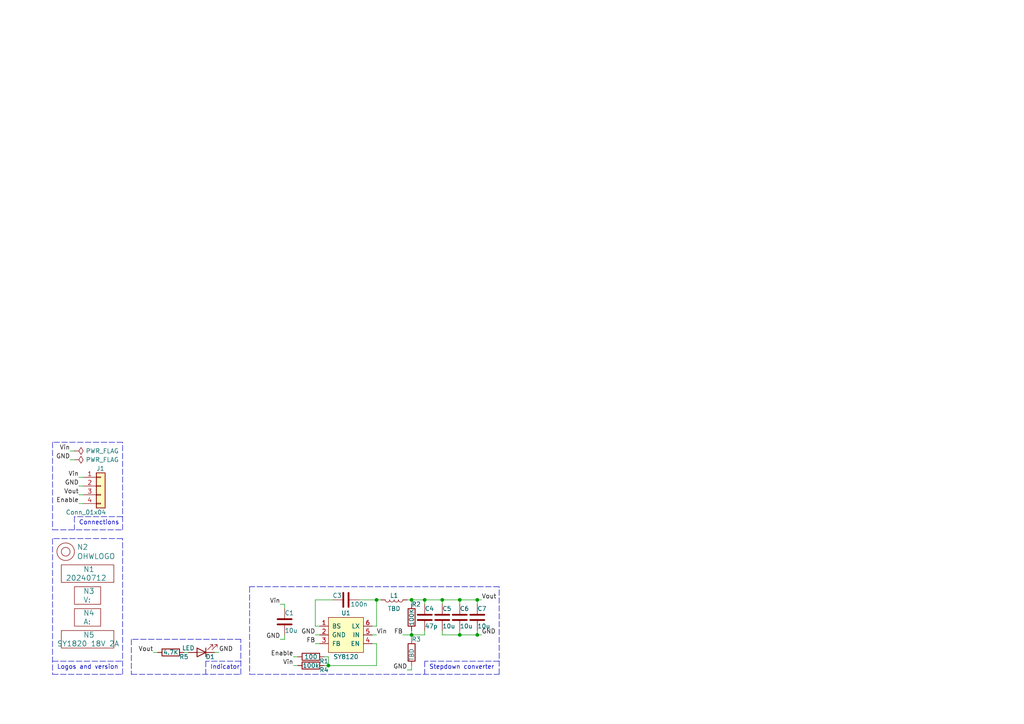
<source format=kicad_sch>
(kicad_sch (version 20231120) (generator "eeschema") (generator_version "8.0")
  (paper "A4")
  (lib_symbols
    (symbol "Connector_Generic:Conn_01x04" (pin_names (offset 1.016) hide)
      (property "Reference" "J" (at 0 5.08 0))
      (property "Value" "Conn_01x04" (at 0 -7.62 0))
      (symbol "Conn_01x04_1_1"
        (rectangle (start -1.27 -4.953) (end 0 -5.207) (stroke (width 0.1524)))
        (rectangle (start -1.27 -2.413) (end 0 -2.667) (stroke (width 0.1524)))
        (rectangle (start -1.27 0.127) (end 0 -0.127) (stroke (width 0.1524)))
        (rectangle (start -1.27 2.667) (end 0 2.413) (stroke (width 0.1524)))
        (rectangle (start -1.27 3.81) (end 1.27 -6.35) (stroke (width 0.254)) (fill (type background)))
        (pin passive line (at -5.08 2.54 0) (length 3.81) (name "Pin_1") (number "1"))
        (pin passive line (at -5.08 0 0) (length 3.81) (name "Pin_2") (number "2"))
        (pin passive line (at -5.08 -2.54 0) (length 3.81) (name "Pin_3") (number "3"))
        (pin passive line (at -5.08 -5.08 0) (length 3.81) (name "Pin_4") (number "4"))
      )
    )
    (symbol "Device:C" (pin_numbers hide) (pin_names (offset 0.254))
      (property "Reference" "C" (at 0.635 2.54 0))
      (property "Value" "C" (at 0.635 -2.54 0))
      (symbol "C_0_1"
        (polyline (pts (xy -2.032 -0.762) (xy 2.032 -0.762)) (stroke (width 0.508)))
        (polyline (pts (xy -2.032 0.762) (xy 2.032 0.762)) (stroke (width 0.508)))
      )
      (symbol "C_1_1"
        (pin passive line (at 0 3.81 270) (length 2.794) (name "~") (number "1"))
        (pin passive line (at 0 -3.81 90) (length 2.794) (name "~") (number "2"))
      )
    )
    (symbol "Device:L" (pin_numbers hide) (pin_names (offset 1.016) hide)
      (property "Reference" "L" (at -1.27 0 90))
      (property "Value" "L" (at 1.905 0 90))
      (symbol "L_0_1"
        (arc (start 0 -2.54) (mid 0.6323 -1.905) (end 0 -1.27))
        (arc (start 0 -1.27) (mid 0.6323 -0.635) (end 0 0))
        (arc (start 0 0) (mid 0.6323 0.635) (end 0 1.27))
        (arc (start 0 1.27) (mid 0.6323 1.905) (end 0 2.54))
      )
      (symbol "L_1_1"
        (pin passive line (at 0 3.81 270) (length 1.27) (name "1") (number "1"))
        (pin passive line (at 0 -3.81 90) (length 1.27) (name "2") (number "2"))
      )
    )
    (symbol "Device:LED" (pin_numbers hide) (pin_names (offset 1.016) hide)
      (property "Reference" "D" (at 0 2.54 0))
      (property "Value" "LED" (at 0 -2.54 0))
      (symbol "LED_0_1"
        (polyline (pts (xy -1.27 -1.27) (xy -1.27 1.27)) (stroke (width 0.254)))
        (polyline (pts (xy -1.27 0) (xy 1.27 0)))
        (polyline (pts (xy 1.27 -1.27) (xy 1.27 1.27) (xy -1.27 0) (xy 1.27 -1.27)) (stroke (width 0.254)))
        (polyline (pts (xy -3.048 -0.762) (xy -4.572 -2.286) (xy -3.81 -2.286) (xy -4.572 -2.286) (xy -4.572 -1.524)))
        (polyline (pts (xy -1.778 -0.762) (xy -3.302 -2.286) (xy -2.54 -2.286) (xy -3.302 -2.286) (xy -3.302 -1.524)))
      )
      (symbol "LED_1_1"
        (pin passive line (at -3.81 0 0) (length 2.54) (name "K") (number "1"))
        (pin passive line (at 3.81 0 180) (length 2.54) (name "A") (number "2"))
      )
    )
    (symbol "Device:R" (pin_numbers hide) (pin_names (offset 0))
      (property "Reference" "R" (at 2.032 0 90))
      (property "Value" "R" (at 0 0 90))
      (symbol "R_0_1"
        (rectangle (start -1.016 -2.54) (end 1.016 2.54) (stroke (width 0.254)))
      )
      (symbol "R_1_1"
        (pin passive line (at 0 3.81 270) (length 1.27) (name "~") (number "1"))
        (pin passive line (at 0 -3.81 90) (length 1.27) (name "~") (number "2"))
      )
    )
    (symbol "Label_1" (pin_names (offset 1.016))
      (property "Reference" "N" (at 0 1.27 0))
      (property "Value" "Label" (at 0 -1.27 0))
      (symbol "Label_1_0_1"
        (rectangle (start -3.81 2.54) (end 3.81 -2.54))
      )
    )
    (symbol "SquantorLabels:Label" (pin_names (offset 1.016))
      (property "Reference" "N" (at 0 1.27 0))
      (property "Value" "Label" (at 0 -1.27 0))
      (symbol "Label_0_1"
        (rectangle (start -3.81 2.54) (end 3.81 -2.54))
      )
    )
    (symbol "SquantorLabels:OHWLOGO" (pin_names (offset 1.016))
      (property "Reference" "N" (at 0 3.81 0))
      (property "Value" "OHWLOGO" (at 0 -3.81 0))
      (symbol "OHWLOGO_0_1"
        (circle (center 0 0) (radius 1.27))
        (circle (center 0 0) (radius 2.54))
      )
    )
    (symbol "SquantorLabels:VYYYYMMDD" (pin_names (offset 1.016))
      (property "Reference" "N" (at 0 2.54 0))
      (property "Value" "VYYYYMMDD" (at 0 0 0))
      (symbol "VYYYYMMDD_0_1"
        (rectangle (start 7.62 -1.27) (end -7.62 3.81))
      )
    )
    (symbol "SquantorSilergy:SY8120" (pin_names (offset 1.016))
      (property "Reference" "U" (at 0 6.35 0))
      (property "Value" "SY8120" (at 0 -6.35 0))
      (symbol "SY8120_0_1"
        (rectangle (start -5.08 5.08) (end 5.08 -5.08) (fill (type background)))
      )
      (symbol "SY8120_1_1"
        (pin input line (at -7.62 2.54 0) (length 2.54) (name "BS") (number "1"))
        (pin power_in line (at -7.62 0 0) (length 2.54) (name "GND") (number "2"))
        (pin input line (at -7.62 -2.54 0) (length 2.54) (name "FB") (number "3"))
        (pin input line (at 7.62 -2.54 180) (length 2.54) (name "EN") (number "4"))
        (pin power_in line (at 7.62 0 180) (length 2.54) (name "IN") (number "5"))
        (pin open_collector line (at 7.62 2.54 180) (length 2.54) (name "LX") (number "6"))
      )
    )
    (symbol "VYYYYMMDD_1" (pin_names (offset 1.016))
      (property "Reference" "N" (at 0 2.54 0))
      (property "Value" "VYYYYMMDD" (at 0 0 0))
      (symbol "VYYYYMMDD_1_0_1"
        (rectangle (start 7.62 -1.27) (end -7.62 3.81))
      )
    )
    (symbol "power:PWR_FLAG" (power) (pin_numbers hide) (pin_names (offset 0) hide)
      (property "Value" "PWR_FLAG" (at 0 3.81 0))
      (symbol "PWR_FLAG_0_0"
        (pin power_out line (at 0 0 90) (length 0) (name "pwr") (number "1"))
      )
      (symbol "PWR_FLAG_0_1"
        (polyline (pts (xy 0 0) (xy 0 1.27) (xy -1.016 1.905) (xy 0 2.54) (xy 1.016 1.905) (xy 0 1.27)))
      )
    )
  )
  (junction (at 123.19 173.99))
  (junction (at 109.22 173.99))
  (junction (at 95.25 193.04))
  (junction (at 133.35 173.99))
  (junction (at 138.43 184.15))
  (junction (at 119.38 173.99))
  (junction (at 119.38 184.15))
  (junction (at 133.35 184.15))
  (junction (at 138.43 173.99))
  (junction (at 128.27 173.99))
  (wire (pts (xy 133.35 173.99) (xy 138.43 173.99)))
  (wire (pts (xy 109.22 193.04) (xy 109.22 186.69)))
  (wire (pts (xy 123.19 173.99) (xy 123.19 175.26)))
  (polyline (pts (xy 35.56 128.27) (xy 15.24 128.27)) (stroke (width 0) (type dash)))
  (wire (pts (xy 123.19 182.88) (xy 123.19 184.15)))
  (wire (pts (xy 20.32 133.35) (xy 21.59 133.35)))
  (wire (pts (xy 119.38 185.42) (xy 119.38 184.15)))
  (wire (pts (xy 138.43 184.15) (xy 139.7 184.15)))
  (wire (pts (xy 22.86 138.43) (xy 24.13 138.43)))
  (wire (pts (xy 128.27 184.15) (xy 133.35 184.15)))
  (wire (pts (xy 53.34 189.23) (xy 54.61 189.23)))
  (polyline (pts (xy 35.56 149.86) (xy 21.59 149.86)) (stroke (width 0) (type dash)))
  (wire (pts (xy 119.38 184.15) (xy 119.38 182.88)))
  (wire (pts (xy 109.22 184.15) (xy 107.95 184.15)))
  (wire (pts (xy 138.43 173.99) (xy 139.7 173.99)))
  (wire (pts (xy 82.55 176.53) (xy 82.55 175.26)))
  (wire (pts (xy 92.71 184.15) (xy 91.44 184.15)))
  (polyline (pts (xy 69.85 195.58) (xy 69.85 185.42)) (stroke (width 0) (type dash)))
  (wire (pts (xy 109.22 181.61) (xy 107.95 181.61)))
  (wire (pts (xy 86.36 190.5) (xy 85.09 190.5)))
  (wire (pts (xy 119.38 175.26) (xy 119.38 173.99)))
  (wire (pts (xy 85.09 193.04) (xy 86.36 193.04)))
  (wire (pts (xy 119.38 173.99) (xy 123.19 173.99)))
  (wire (pts (xy 91.44 181.61) (xy 91.44 173.99)))
  (wire (pts (xy 92.71 186.69) (xy 91.44 186.69)))
  (wire (pts (xy 24.13 140.97) (xy 22.86 140.97)))
  (wire (pts (xy 123.19 173.99) (xy 128.27 173.99)))
  (wire (pts (xy 44.45 189.23) (xy 45.72 189.23)))
  (polyline (pts (xy 72.39 170.18) (xy 72.39 195.58)) (stroke (width 0) (type dash)))
  (polyline (pts (xy 35.56 153.67) (xy 35.56 128.27)) (stroke (width 0) (type dash)))
  (wire (pts (xy 118.11 194.31) (xy 119.38 194.31)))
  (wire (pts (xy 81.28 185.42) (xy 82.55 185.42)))
  (wire (pts (xy 92.71 181.61) (xy 91.44 181.61)))
  (wire (pts (xy 95.25 190.5) (xy 95.25 193.04)))
  (polyline (pts (xy 35.56 156.21) (xy 15.24 156.21)) (stroke (width 0) (type dash)))
  (wire (pts (xy 91.44 173.99) (xy 96.52 173.99)))
  (polyline (pts (xy 15.24 153.67) (xy 35.56 153.67)) (stroke (width 0) (type dash)))
  (wire (pts (xy 128.27 182.88) (xy 128.27 184.15)))
  (wire (pts (xy 22.86 143.51) (xy 24.13 143.51)))
  (wire (pts (xy 95.25 190.5) (xy 93.98 190.5)))
  (polyline (pts (xy 21.59 149.86) (xy 21.59 153.67)) (stroke (width 0) (type dash)))
  (polyline (pts (xy 35.56 195.58) (xy 35.56 156.21)) (stroke (width 0) (type dash)))
  (wire (pts (xy 81.28 175.26) (xy 82.55 175.26)))
  (polyline (pts (xy 69.85 191.77) (xy 59.69 191.77)) (stroke (width 0) (type dash)))
  (polyline (pts (xy 15.24 195.58) (xy 35.56 195.58)) (stroke (width 0) (type dash)))
  (polyline (pts (xy 144.78 195.58) (xy 144.78 170.18)) (stroke (width 0) (type dash)))
  (wire (pts (xy 95.25 193.04) (xy 109.22 193.04)))
  (wire (pts (xy 109.22 186.69) (xy 107.95 186.69)))
  (polyline (pts (xy 123.19 191.77) (xy 123.19 195.58)) (stroke (width 0) (type dash)))
  (polyline (pts (xy 59.69 191.77) (xy 59.69 195.58)) (stroke (width 0) (type dash)))
  (wire (pts (xy 24.13 146.05) (xy 22.86 146.05)))
  (wire (pts (xy 21.59 130.81) (xy 20.32 130.81)))
  (wire (pts (xy 119.38 184.15) (xy 116.84 184.15)))
  (polyline (pts (xy 38.1 195.58) (xy 69.85 195.58)) (stroke (width 0) (type dash)))
  (polyline (pts (xy 38.1 185.42) (xy 38.1 195.58)) (stroke (width 0) (type dash)))
  (wire (pts (xy 128.27 175.26) (xy 128.27 173.99)))
  (wire (pts (xy 118.11 173.99) (xy 119.38 173.99)))
  (wire (pts (xy 109.22 173.99) (xy 109.22 181.61)))
  (wire (pts (xy 133.35 184.15) (xy 138.43 184.15)))
  (wire (pts (xy 128.27 173.99) (xy 133.35 173.99)))
  (wire (pts (xy 138.43 182.88) (xy 138.43 184.15)))
  (wire (pts (xy 138.43 175.26) (xy 138.43 173.99)))
  (wire (pts (xy 110.49 173.99) (xy 109.22 173.99)))
  (wire (pts (xy 104.14 173.99) (xy 109.22 173.99)))
  (polyline (pts (xy 72.39 195.58) (xy 144.78 195.58)) (stroke (width 0) (type dash)))
  (wire (pts (xy 133.35 182.88) (xy 133.35 184.15)))
  (polyline (pts (xy 69.85 185.42) (xy 38.1 185.42)) (stroke (width 0) (type dash)))
  (wire (pts (xy 119.38 194.31) (xy 119.38 193.04)))
  (polyline (pts (xy 144.78 191.77) (xy 123.19 191.77)) (stroke (width 0) (type dash)))
  (polyline (pts (xy 15.24 128.27) (xy 15.24 153.67)) (stroke (width 0) (type dash)))
  (wire (pts (xy 62.23 189.23) (xy 63.5 189.23)))
  (polyline (pts (xy 15.24 191.77) (xy 35.56 191.77)) (stroke (width 0) (type dash)))
  (wire (pts (xy 133.35 175.26) (xy 133.35 173.99)))
  (wire (pts (xy 82.55 184.15) (xy 82.55 185.42)))
  (polyline (pts (xy 15.24 156.21) (xy 15.24 195.58)) (stroke (width 0) (type dash)))
  (wire (pts (xy 95.25 193.04) (xy 93.98 193.04)))
  (wire (pts (xy 123.19 184.15) (xy 119.38 184.15)))
  (polyline (pts (xy 144.78 170.18) (xy 72.39 170.18)) (stroke (width 0) (type dash)))
  (text "Connections" (at 22.86 152.4 0) (effects (font (size 1.27 1.27)) (justify left bottom)))
  (text "Stepdown converter" (at 124.46 194.31 0) (effects (font (size 1.27 1.27)) (justify left bottom)))
  (text "Logos and version" (at 16.51 194.31 0) (effects (font (size 1.27 1.27)) (justify left bottom)))
  (text "Indicator" (at 60.96 194.31 0) (effects (font (size 1.27 1.27)) (justify left bottom)))
  (label "GND" (at 118.11 194.31 180))
  (label "Vin" (at 85.09 193.04 180))
  (label "Vout" (at 139.7 173.99 0))
  (label "GND" (at 22.86 140.97 180))
  (label "Vout" (at 22.86 143.51 180))
  (label "Vin" (at 109.22 184.15 0))
  (label "Vin" (at 20.32 130.81 180))
  (label "GND" (at 63.5 189.23 0))
  (label "Vin" (at 22.86 138.43 180))
  (label "FB" (at 116.84 184.15 180))
  (label "Enable" (at 85.09 190.5 180))
  (label "GND" (at 139.7 184.15 0))
  (label "GND" (at 81.28 185.42 180))
  (label "Vout" (at 44.45 189.23 180))
  (label "GND" (at 91.44 184.15 180))
  (label "Vin" (at 81.28 175.26 180))
  (label "GND" (at 20.32 133.35 180))
  (label "Enable" (at 22.86 146.05 180))
  (label "FB" (at 91.44 186.69 180))
  (symbol (lib_name "VYYYYMMDD_1") (lib_id "SquantorLabels:VYYYYMMDD") (at 25.4 167.64 0) (unit 1)
    (property "Reference" "N1" (at 24.13 165.1 0) (effects (font (size 1.524 1.524)) (justify left)))
    (property "Value" "20240712" (at 19.05 167.64 0) (effects (font (size 1.524 1.524)) (justify left)))
    (property "Footprint" "SquantorLabels:Label_Generic" (effects (hide yes)))
  )
  (symbol (lib_id "SquantorLabels:OHWLOGO") (at 19.05 160.02 0) (unit 1)
    (property "Reference" "N2" (at 22.3012 158.6738 0) (effects (font (size 1.524 1.524)) (justify left)))
    (property "Value" "OHWLOGO" (at 22.3012 161.3662 0) (effects (font (size 1.524 1.524)) (justify left)))
    (property "Footprint" "Symbol:OSHW-Symbol_6.7x6mm_SilkScreen" (effects (hide yes)))
  )
  (symbol (lib_id "Connector_Generic:Conn_01x04") (at 29.21 140.97 0) (unit 1)
    (property "Reference" "J1" (at 27.94 135.89 0) (effects (justify left)))
    (property "Value" "Conn_01x04" (at 19.05 148.59 0) (effects (justify left)))
    (property "Footprint" "SquantorConnectors:Header-0254-1X04-H010" (effects (hide yes)))
  )
  (symbol (lib_id "power:PWR_FLAG") (at 21.59 133.35 270) (unit 1)
    (property "Reference" "#FLG02" (effects (hide yes)))
    (property "Value" "PWR_FLAG" (at 24.8412 133.35 90) (effects (justify left)))
  )
  (symbol (lib_id "power:PWR_FLAG") (at 21.59 130.81 270) (unit 1)
    (property "Reference" "#FLG01" (effects (hide yes)))
    (property "Value" "PWR_FLAG" (at 24.8412 130.81 90) (effects (justify left)))
  )
  (symbol (lib_id "SquantorSilergy:SY8120") (at 100.33 184.15 0) (unit 1)
    (property "Reference" "U1" (at 100.33 177.8 0))
    (property "Value" "SY8120" (at 100.33 190.5 0))
    (property "Footprint" "SquantorIC:SOT23-6-HAND" (effects (hide yes)))
  )
  (symbol (lib_id "Device:C") (at 100.33 173.99 270) (unit 1)
    (property "Reference" "C3" (at 97.79 172.72 90))
    (property "Value" "100n" (at 104.14 175.26 90))
    (property "Footprint" "SquantorCapacitor:C_0603" (effects (hide yes)))
  )
  (symbol (lib_id "Device:R") (at 90.17 190.5 270) (unit 1)
    (property "Reference" "R1" (at 93.98 191.77 90))
    (property "Value" "100" (at 90.17 190.5 90))
    (property "Footprint" "SquantorResistor:R_0603_hand" (effects (hide yes)))
  )
  (symbol (lib_id "Device:L") (at 114.3 173.99 270) (unit 1)
    (property "Reference" "L1" (at 114.3 172.72 90))
    (property "Value" "TBD" (at 114.3 176.53 90))
    (property "Footprint" "SquantorInductor:L_SLF70XX_SLF60XX_hand" (effects (hide yes)))
  )
  (symbol (lib_id "Device:R") (at 119.38 179.07 0) (unit 1)
    (property "Reference" "R2" (at 119.38 175.26 0) (effects (justify left)))
    (property "Value" "100K" (at 119.38 181.61 90) (effects (justify left)))
    (property "Footprint" "SquantorResistor:R_0603_hand" (effects (hide yes)))
  )
  (symbol (lib_id "Device:R") (at 119.38 189.23 0) (unit 1)
    (property "Reference" "R3" (at 119.38 185.42 0) (effects (justify left)))
    (property "Value" "TBD" (at 119.38 191.77 90) (effects (justify left)))
    (property "Footprint" "SquantorResistor:R_0603_hand" (effects (hide yes)))
  )
  (symbol (lib_id "Device:C") (at 123.19 179.07 0) (unit 1)
    (property "Reference" "C4" (at 123.19 176.53 0) (effects (justify left)))
    (property "Value" "47p" (at 123.19 181.61 0) (effects (justify left)))
    (property "Footprint" "SquantorCapacitor:C_0603" (effects (hide yes)))
  )
  (symbol (lib_id "Device:R") (at 90.17 193.04 270) (unit 1)
    (property "Reference" "R4" (at 93.98 194.31 90))
    (property "Value" "100k" (at 90.17 193.04 90))
    (property "Footprint" "SquantorResistor:R_0603_hand" (effects (hide yes)))
  )
  (symbol (lib_id "Device:C") (at 82.55 180.34 0) (unit 1)
    (property "Reference" "C1" (at 82.55 177.8 0) (effects (justify left)))
    (property "Value" "10u" (at 82.55 182.88 0) (effects (justify left)))
    (property "Footprint" "SquantorCapacitor:C_1206_0805" (effects (hide yes)))
  )
  (symbol (lib_id "Device:C") (at 133.35 179.07 0) (unit 1)
    (property "Reference" "C6" (at 133.35 176.53 0) (effects (justify left)))
    (property "Value" "10u" (at 133.35 181.61 0) (effects (justify left)))
    (property "Footprint" "SquantorCapacitor:C_0805" (effects (hide yes)))
  )
  (symbol (lib_id "Device:C") (at 128.27 179.07 0) (unit 1)
    (property "Reference" "C5" (at 128.27 176.53 0) (effects (justify left)))
    (property "Value" "10u" (at 128.27 181.61 0) (effects (justify left)))
    (property "Footprint" "SquantorCapacitor:C_0805" (effects (hide yes)))
  )
  (symbol (lib_id "Device:R") (at 49.53 189.23 270) (unit 1)
    (property "Reference" "R5" (at 53.34 190.5 90))
    (property "Value" "4.7K" (at 49.53 189.23 90))
    (property "Footprint" "SquantorResistor:R_0603_hand" (effects (hide yes)))
  )
  (symbol (lib_id "Device:LED") (at 58.42 189.23 180) (unit 1)
    (property "Reference" "D1" (at 60.96 190.5 0))
    (property "Value" "LED" (at 54.61 187.96 0))
    (property "Footprint" "SquantorDiodes:LED_0603_hand" (effects (hide yes)))
  )
  (symbol (lib_id "Device:C") (at 138.43 179.07 0) (unit 1)
    (property "Reference" "C7" (at 138.43 176.53 0) (effects (justify left)))
    (property "Value" "10u" (at 138.43 181.61 0) (effects (justify left)))
    (property "Footprint" "SquantorCapacitor:C_0805" (effects (hide yes)))
  )
  (symbol (lib_name "Label_1") (lib_id "SquantorLabels:Label") (at 25.4 172.72 0) (unit 1)
    (property "Reference" "N3" (at 24.13 171.45 0) (effects (font (size 1.524 1.524)) (justify left)))
    (property "Value" "V:" (at 24.13 173.99 0) (effects (font (size 1.524 1.524)) (justify left)))
    (property "Footprint" "SquantorLabels:Label_Note_medium" (effects (hide yes)))
  )
  (symbol (lib_id "SquantorLabels:Label") (at 25.4 179.07 0) (unit 1)
    (property "Reference" "N4" (at 24.13 177.8 0) (effects (font (size 1.524 1.524)) (justify left)))
    (property "Value" "A:" (at 24.13 180.34 0) (effects (font (size 1.524 1.524)) (justify left)))
    (property "Footprint" "SquantorLabels:Label_Note_medium" (effects (hide yes)))
  )
  (symbol (lib_id "SquantorLabels:VYYYYMMDD") (at 25.4 186.69 0) (unit 1)
    (property "Reference" "N5" (at 24.13 184.15 0) (effects (font (size 1.524 1.524)) (justify left)))
    (property "Value" "SY1820 18V 2A" (at 16.51 186.69 0) (effects (font (size 1.524 1.524)) (justify left)))
    (property "Footprint" "SquantorLabels:Label_Generic" (effects (hide yes)))
  )
)
</source>
